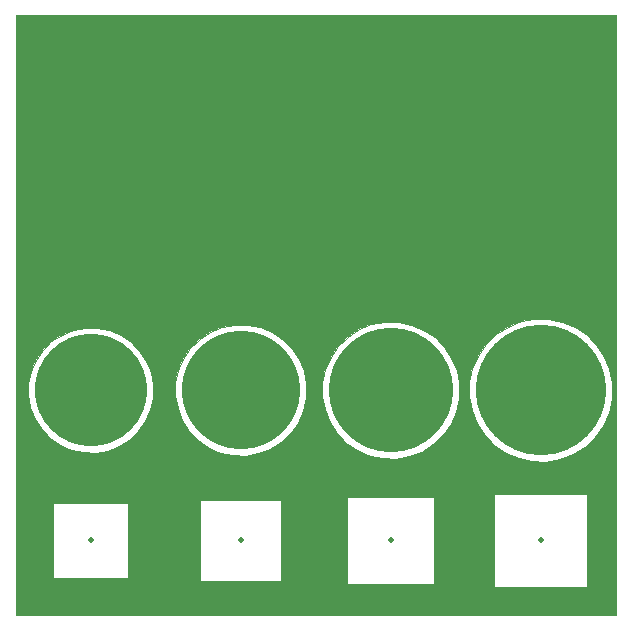
<source format=gtl>
G04 (created by PCBNEW (2013-07-07 BZR 4022)-stable) date 12/19/2014 6:32:09 PM*
%MOIN*%
G04 Gerber Fmt 3.4, Leading zero omitted, Abs format*
%FSLAX34Y34*%
G01*
G70*
G90*
G04 APERTURE LIST*
%ADD10C,0.006*%
%ADD11C,0.02*%
%ADD12C,0.375*%
%ADD13C,0.395*%
%ADD14C,0.415*%
%ADD15C,0.435*%
%ADD16C,0.001*%
G04 APERTURE END LIST*
G54D10*
G54D11*
X72150Y-48350D03*
X77150Y-48350D03*
X82150Y-48350D03*
X67150Y-48350D03*
G54D12*
X67150Y-43350D03*
G54D13*
X72150Y-43350D03*
G54D14*
X77150Y-43350D03*
G54D15*
X82150Y-43350D03*
G54D10*
G36*
X84645Y-50845D02*
X84530Y-50845D01*
X84530Y-43116D01*
X84439Y-42658D01*
X84261Y-42227D01*
X84003Y-41838D01*
X83674Y-41507D01*
X83287Y-41246D01*
X82857Y-41065D01*
X82399Y-40971D01*
X81933Y-40968D01*
X81474Y-41055D01*
X81042Y-41230D01*
X80651Y-41486D01*
X80317Y-41812D01*
X80054Y-42197D01*
X79870Y-42626D01*
X79773Y-43083D01*
X79766Y-43550D01*
X79851Y-44009D01*
X80022Y-44443D01*
X80275Y-44835D01*
X80600Y-45171D01*
X80983Y-45437D01*
X81410Y-45624D01*
X81866Y-45724D01*
X82333Y-45734D01*
X82793Y-45653D01*
X83228Y-45484D01*
X83622Y-45234D01*
X83960Y-44912D01*
X84229Y-44531D01*
X84419Y-44104D01*
X84522Y-43649D01*
X84530Y-43116D01*
X84530Y-50845D01*
X83705Y-50845D01*
X83705Y-49905D01*
X83705Y-46795D01*
X80595Y-46795D01*
X80595Y-49905D01*
X83705Y-49905D01*
X83705Y-50845D01*
X79430Y-50845D01*
X79430Y-43126D01*
X79343Y-42687D01*
X79172Y-42274D01*
X78925Y-41902D01*
X78610Y-41584D01*
X78239Y-41334D01*
X77827Y-41161D01*
X77389Y-41071D01*
X76942Y-41068D01*
X76503Y-41152D01*
X76088Y-41319D01*
X75714Y-41564D01*
X75394Y-41877D01*
X75142Y-42246D01*
X74966Y-42657D01*
X74873Y-43094D01*
X74867Y-43541D01*
X74947Y-43981D01*
X75112Y-44397D01*
X75354Y-44773D01*
X75665Y-45094D01*
X76032Y-45349D01*
X76442Y-45528D01*
X76878Y-45624D01*
X77325Y-45634D01*
X77766Y-45556D01*
X78182Y-45394D01*
X78560Y-45155D01*
X78884Y-44847D01*
X79142Y-44481D01*
X79323Y-44073D01*
X79422Y-43637D01*
X79430Y-43126D01*
X79430Y-50845D01*
X78605Y-50845D01*
X78605Y-49805D01*
X78605Y-46895D01*
X75695Y-46895D01*
X75695Y-49805D01*
X78605Y-49805D01*
X78605Y-50845D01*
X74330Y-50845D01*
X74330Y-43136D01*
X74247Y-42716D01*
X74084Y-42321D01*
X73847Y-41965D01*
X73546Y-41662D01*
X73191Y-41423D01*
X72797Y-41257D01*
X72378Y-41171D01*
X71951Y-41168D01*
X71531Y-41248D01*
X71135Y-41408D01*
X70777Y-41642D01*
X70471Y-41941D01*
X70230Y-42294D01*
X70061Y-42687D01*
X69973Y-43105D01*
X69967Y-43533D01*
X70044Y-43953D01*
X70201Y-44351D01*
X70433Y-44710D01*
X70730Y-45018D01*
X71081Y-45262D01*
X71473Y-45433D01*
X71890Y-45525D01*
X72318Y-45534D01*
X72739Y-45459D01*
X73137Y-45305D01*
X73498Y-45076D01*
X73808Y-44781D01*
X74054Y-44432D01*
X74228Y-44041D01*
X74323Y-43624D01*
X74330Y-43136D01*
X74330Y-50845D01*
X73505Y-50845D01*
X73505Y-49705D01*
X73505Y-46995D01*
X70795Y-46995D01*
X70795Y-49705D01*
X73505Y-49705D01*
X73505Y-50845D01*
X69230Y-50845D01*
X69230Y-43146D01*
X69150Y-42745D01*
X68995Y-42368D01*
X68769Y-42029D01*
X68482Y-41739D01*
X68144Y-41511D01*
X67768Y-41353D01*
X67368Y-41271D01*
X66960Y-41268D01*
X66559Y-41344D01*
X66181Y-41497D01*
X65840Y-41721D01*
X65548Y-42006D01*
X65318Y-42343D01*
X65157Y-42718D01*
X65072Y-43117D01*
X65067Y-43524D01*
X65140Y-43926D01*
X65291Y-44305D01*
X65512Y-44648D01*
X65795Y-44941D01*
X66130Y-45174D01*
X66504Y-45337D01*
X66902Y-45425D01*
X67310Y-45433D01*
X67712Y-45363D01*
X68092Y-45215D01*
X68436Y-44996D01*
X68732Y-44715D01*
X68967Y-44382D01*
X69133Y-44009D01*
X69223Y-43611D01*
X69230Y-43146D01*
X69230Y-50845D01*
X68405Y-50845D01*
X68405Y-49605D01*
X68405Y-47095D01*
X65895Y-47095D01*
X65895Y-49605D01*
X68405Y-49605D01*
X68405Y-50845D01*
X64655Y-50845D01*
X64655Y-30855D01*
X84645Y-30855D01*
X84645Y-50845D01*
X84645Y-50845D01*
G37*
G54D16*
X84645Y-50845D02*
X84530Y-50845D01*
X84530Y-43116D01*
X84439Y-42658D01*
X84261Y-42227D01*
X84003Y-41838D01*
X83674Y-41507D01*
X83287Y-41246D01*
X82857Y-41065D01*
X82399Y-40971D01*
X81933Y-40968D01*
X81474Y-41055D01*
X81042Y-41230D01*
X80651Y-41486D01*
X80317Y-41812D01*
X80054Y-42197D01*
X79870Y-42626D01*
X79773Y-43083D01*
X79766Y-43550D01*
X79851Y-44009D01*
X80022Y-44443D01*
X80275Y-44835D01*
X80600Y-45171D01*
X80983Y-45437D01*
X81410Y-45624D01*
X81866Y-45724D01*
X82333Y-45734D01*
X82793Y-45653D01*
X83228Y-45484D01*
X83622Y-45234D01*
X83960Y-44912D01*
X84229Y-44531D01*
X84419Y-44104D01*
X84522Y-43649D01*
X84530Y-43116D01*
X84530Y-50845D01*
X83705Y-50845D01*
X83705Y-49905D01*
X83705Y-46795D01*
X80595Y-46795D01*
X80595Y-49905D01*
X83705Y-49905D01*
X83705Y-50845D01*
X79430Y-50845D01*
X79430Y-43126D01*
X79343Y-42687D01*
X79172Y-42274D01*
X78925Y-41902D01*
X78610Y-41584D01*
X78239Y-41334D01*
X77827Y-41161D01*
X77389Y-41071D01*
X76942Y-41068D01*
X76503Y-41152D01*
X76088Y-41319D01*
X75714Y-41564D01*
X75394Y-41877D01*
X75142Y-42246D01*
X74966Y-42657D01*
X74873Y-43094D01*
X74867Y-43541D01*
X74947Y-43981D01*
X75112Y-44397D01*
X75354Y-44773D01*
X75665Y-45094D01*
X76032Y-45349D01*
X76442Y-45528D01*
X76878Y-45624D01*
X77325Y-45634D01*
X77766Y-45556D01*
X78182Y-45394D01*
X78560Y-45155D01*
X78884Y-44847D01*
X79142Y-44481D01*
X79323Y-44073D01*
X79422Y-43637D01*
X79430Y-43126D01*
X79430Y-50845D01*
X78605Y-50845D01*
X78605Y-49805D01*
X78605Y-46895D01*
X75695Y-46895D01*
X75695Y-49805D01*
X78605Y-49805D01*
X78605Y-50845D01*
X74330Y-50845D01*
X74330Y-43136D01*
X74247Y-42716D01*
X74084Y-42321D01*
X73847Y-41965D01*
X73546Y-41662D01*
X73191Y-41423D01*
X72797Y-41257D01*
X72378Y-41171D01*
X71951Y-41168D01*
X71531Y-41248D01*
X71135Y-41408D01*
X70777Y-41642D01*
X70471Y-41941D01*
X70230Y-42294D01*
X70061Y-42687D01*
X69973Y-43105D01*
X69967Y-43533D01*
X70044Y-43953D01*
X70201Y-44351D01*
X70433Y-44710D01*
X70730Y-45018D01*
X71081Y-45262D01*
X71473Y-45433D01*
X71890Y-45525D01*
X72318Y-45534D01*
X72739Y-45459D01*
X73137Y-45305D01*
X73498Y-45076D01*
X73808Y-44781D01*
X74054Y-44432D01*
X74228Y-44041D01*
X74323Y-43624D01*
X74330Y-43136D01*
X74330Y-50845D01*
X73505Y-50845D01*
X73505Y-49705D01*
X73505Y-46995D01*
X70795Y-46995D01*
X70795Y-49705D01*
X73505Y-49705D01*
X73505Y-50845D01*
X69230Y-50845D01*
X69230Y-43146D01*
X69150Y-42745D01*
X68995Y-42368D01*
X68769Y-42029D01*
X68482Y-41739D01*
X68144Y-41511D01*
X67768Y-41353D01*
X67368Y-41271D01*
X66960Y-41268D01*
X66559Y-41344D01*
X66181Y-41497D01*
X65840Y-41721D01*
X65548Y-42006D01*
X65318Y-42343D01*
X65157Y-42718D01*
X65072Y-43117D01*
X65067Y-43524D01*
X65140Y-43926D01*
X65291Y-44305D01*
X65512Y-44648D01*
X65795Y-44941D01*
X66130Y-45174D01*
X66504Y-45337D01*
X66902Y-45425D01*
X67310Y-45433D01*
X67712Y-45363D01*
X68092Y-45215D01*
X68436Y-44996D01*
X68732Y-44715D01*
X68967Y-44382D01*
X69133Y-44009D01*
X69223Y-43611D01*
X69230Y-43146D01*
X69230Y-50845D01*
X68405Y-50845D01*
X68405Y-49605D01*
X68405Y-47095D01*
X65895Y-47095D01*
X65895Y-49605D01*
X68405Y-49605D01*
X68405Y-50845D01*
X64655Y-50845D01*
X64655Y-30855D01*
X84645Y-30855D01*
X84645Y-50845D01*
M02*

</source>
